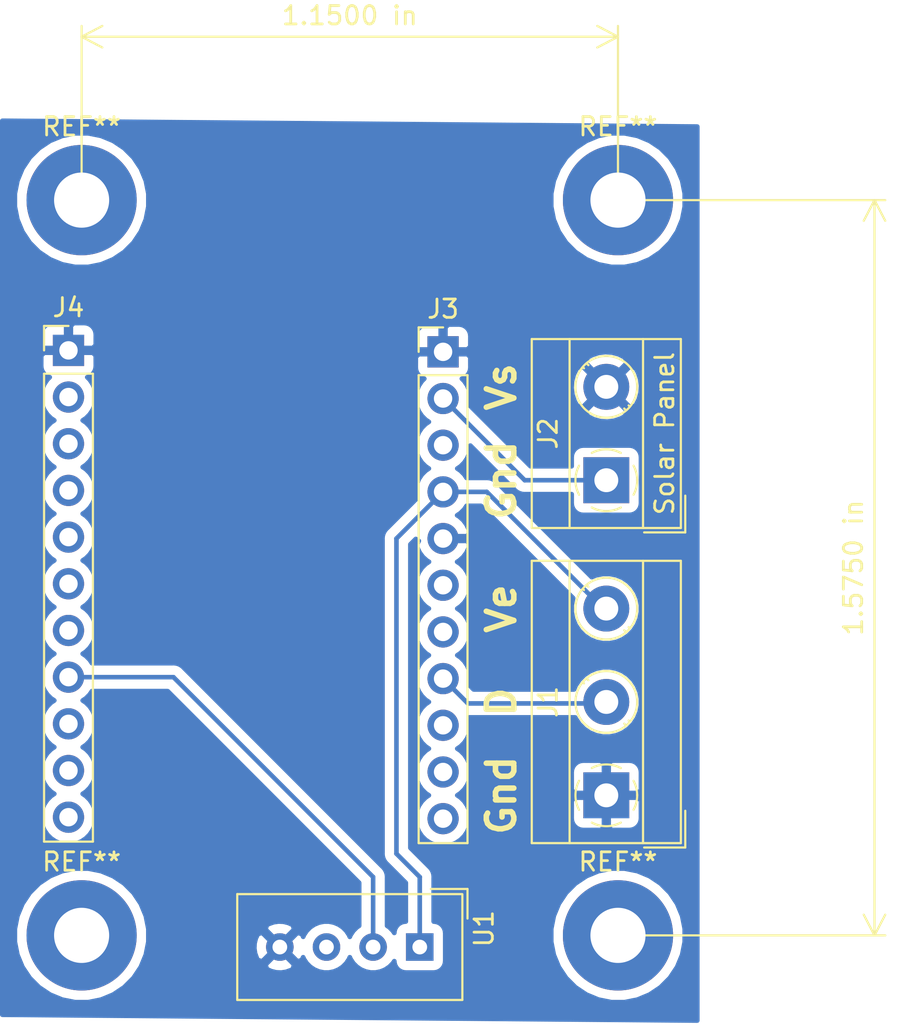
<source format=kicad_pcb>
(kicad_pcb (version 20171130) (host pcbnew "(5.1.5)-3")

  (general
    (thickness 1.6)
    (drawings 7)
    (tracks 14)
    (zones 0)
    (modules 9)
    (nets 6)
  )

  (page A4)
  (layers
    (0 F.Cu signal)
    (31 B.Cu signal)
    (32 B.Adhes user)
    (33 F.Adhes user)
    (34 B.Paste user)
    (35 F.Paste user)
    (36 B.SilkS user)
    (37 F.SilkS user)
    (38 B.Mask user)
    (39 F.Mask user)
    (40 Dwgs.User user)
    (41 Cmts.User user)
    (42 Eco1.User user)
    (43 Eco2.User user)
    (44 Edge.Cuts user)
    (45 Margin user)
    (46 B.CrtYd user)
    (47 F.CrtYd user)
    (48 B.Fab user)
    (49 F.Fab user)
  )

  (setup
    (last_trace_width 0.25)
    (trace_clearance 0.2)
    (zone_clearance 0.508)
    (zone_45_only no)
    (trace_min 0.2)
    (via_size 0.8)
    (via_drill 0.4)
    (via_min_size 0.4)
    (via_min_drill 0.3)
    (uvia_size 0.3)
    (uvia_drill 0.1)
    (uvias_allowed no)
    (uvia_min_size 0.2)
    (uvia_min_drill 0.1)
    (edge_width 0.05)
    (segment_width 0.2)
    (pcb_text_width 0.3)
    (pcb_text_size 1.5 1.5)
    (mod_edge_width 0.12)
    (mod_text_size 1 1)
    (mod_text_width 0.15)
    (pad_size 6 6)
    (pad_drill 3)
    (pad_to_mask_clearance 0.051)
    (solder_mask_min_width 0.25)
    (aux_axis_origin 105.41 95.25)
    (grid_origin 105.41 95.25)
    (visible_elements 7FFFFFFF)
    (pcbplotparams
      (layerselection 0x010fc_ffffffff)
      (usegerberextensions false)
      (usegerberattributes false)
      (usegerberadvancedattributes false)
      (creategerberjobfile false)
      (excludeedgelayer true)
      (linewidth 0.100000)
      (plotframeref false)
      (viasonmask false)
      (mode 1)
      (useauxorigin false)
      (hpglpennumber 1)
      (hpglpenspeed 20)
      (hpglpendiameter 15.000000)
      (psnegative false)
      (psa4output false)
      (plotreference true)
      (plotvalue true)
      (plotinvisibletext false)
      (padsonsilk false)
      (subtractmaskfromsilk false)
      (outputformat 1)
      (mirror false)
      (drillshape 1)
      (scaleselection 1)
      (outputdirectory ""))
  )

  (net 0 "")
  (net 1 /GPIO0)
  (net 2 /Vext)
  (net 3 /VS)
  (net 4 GND)
  (net 5 "Net-(J4-Pad8)")

  (net_class Default "This is the default net class."
    (clearance 0.2)
    (trace_width 0.25)
    (via_dia 0.8)
    (via_drill 0.4)
    (uvia_dia 0.3)
    (uvia_drill 0.1)
    (add_net /GPIO0)
    (add_net /VS)
    (add_net /Vext)
    (add_net GND)
    (add_net "Net-(J4-Pad8)")
  )

  (module MountingHole:MountingHole_3mm_Pad (layer F.Cu) (tedit 56D1B4CB) (tstamp 608EFF95)
    (at 139.065 50.8)
    (descr "Mounting Hole 3mm")
    (tags "mounting hole 3mm")
    (attr virtual)
    (fp_text reference REF** (at 0 -4) (layer F.SilkS)
      (effects (font (size 1 1) (thickness 0.15)))
    )
    (fp_text value MH2 (at 0 4) (layer F.Fab)
      (effects (font (size 1 1) (thickness 0.15)))
    )
    (fp_text user %R (at 0.3 0) (layer F.Fab)
      (effects (font (size 1 1) (thickness 0.15)))
    )
    (fp_circle (center 0 0) (end 3 0) (layer Cmts.User) (width 0.15))
    (fp_circle (center 0 0) (end 3.25 0) (layer F.CrtYd) (width 0.05))
    (pad 1 thru_hole circle (at 0 0) (size 6 6) (drill 3) (layers *.Cu *.Mask))
  )

  (module MountingHole:MountingHole_3mm_Pad (layer F.Cu) (tedit 608EA745) (tstamp 608EFF87)
    (at 109.855 50.8)
    (descr "Mounting Hole 3mm")
    (tags "mounting hole 3mm")
    (attr virtual)
    (fp_text reference REF** (at 0 -4) (layer F.SilkS)
      (effects (font (size 1 1) (thickness 0.15)))
    )
    (fp_text value MH1 (at 0 4) (layer F.Fab)
      (effects (font (size 1 1) (thickness 0.15)))
    )
    (fp_circle (center 0 0) (end 3.25 0) (layer F.CrtYd) (width 0.05))
    (fp_circle (center 0 0) (end 3 0) (layer Cmts.User) (width 0.15))
    (fp_text user %R (at 0.3 0) (layer F.Fab)
      (effects (font (size 1 1) (thickness 0.15)))
    )
    (pad 1 thru_hole circle (at 0 0) (size 6 6) (drill 3) (layers *.Cu *.Mask))
  )

  (module MountingHole:MountingHole_3mm_Pad (layer F.Cu) (tedit 56D1B4CB) (tstamp 608EFE82)
    (at 139.065 90.805)
    (descr "Mounting Hole 3mm")
    (tags "mounting hole 3mm")
    (attr virtual)
    (fp_text reference REF** (at 0 -4) (layer F.SilkS)
      (effects (font (size 1 1) (thickness 0.15)))
    )
    (fp_text value MH3 (at 0 4) (layer F.Fab)
      (effects (font (size 1 1) (thickness 0.15)))
    )
    (fp_text user %R (at 0.3 0) (layer F.Fab)
      (effects (font (size 1 1) (thickness 0.15)))
    )
    (fp_circle (center 0 0) (end 3 0) (layer Cmts.User) (width 0.15))
    (fp_circle (center 0 0) (end 3.25 0) (layer F.CrtYd) (width 0.05))
    (pad 1 thru_hole circle (at 0 0) (size 6 6) (drill 3) (layers *.Cu *.Mask))
  )

  (module MountingHole:MountingHole_3mm_Pad (layer F.Cu) (tedit 56D1B4CB) (tstamp 608EFE3B)
    (at 109.855 90.805)
    (descr "Mounting Hole 3mm")
    (tags "mounting hole 3mm")
    (attr virtual)
    (fp_text reference REF** (at 0 -4) (layer F.SilkS)
      (effects (font (size 1 1) (thickness 0.15)))
    )
    (fp_text value MH4 (at 0 4) (layer F.Fab)
      (effects (font (size 1 1) (thickness 0.15)))
    )
    (fp_circle (center 0 0) (end 3.25 0) (layer F.CrtYd) (width 0.05))
    (fp_circle (center 0 0) (end 3 0) (layer Cmts.User) (width 0.15))
    (fp_text user %R (at 0.3 0) (layer F.Fab)
      (effects (font (size 1 1) (thickness 0.15)))
    )
    (pad 1 thru_hole circle (at 0 0) (size 6 6) (drill 3) (layers *.Cu *.Mask))
  )

  (module TerminalBlock_MetzConnect:TerminalBlock_MetzConnect_Type101_RT01602HBWC_1x02_P5.08mm_Horizontal (layer F.Cu) (tedit 5B294E9E) (tstamp 608D6444)
    (at 138.43 66.04 90)
    (descr "terminal block Metz Connect Type101_RT01602HBWC, 2 pins, pitch 5.08mm, size 10.2x8mm^2, drill diamater 1.3mm, pad diameter 2.5mm, see http://www.metz-connect.com/de/system/files/productfiles/Datenblatt_311011_RT016xxHBWC_OFF-022771S.pdf, script-generated using https://github.com/pointhi/kicad-footprint-generator/scripts/TerminalBlock_MetzConnect")
    (tags "THT terminal block Metz Connect Type101_RT01602HBWC pitch 5.08mm size 10.2x8mm^2 drill 1.3mm pad 2.5mm")
    (path /608CAD5D)
    (fp_text reference J2 (at 2.54 -3.175 90) (layer F.SilkS)
      (effects (font (size 1 1) (thickness 0.15)))
    )
    (fp_text value "Solar Panel" (at 2.54 3.175 90) (layer F.SilkS)
      (effects (font (size 1 1) (thickness 0.15)))
    )
    (fp_text user %R (at 2.54 3 90) (layer F.Fab) hide
      (effects (font (size 1 1) (thickness 0.15)))
    )
    (fp_line (start 8.13 -4.5) (end -3.04 -4.5) (layer F.CrtYd) (width 0.05))
    (fp_line (start 8.13 4.5) (end 8.13 -4.5) (layer F.CrtYd) (width 0.05))
    (fp_line (start -3.04 4.5) (end 8.13 4.5) (layer F.CrtYd) (width 0.05))
    (fp_line (start -3.04 -4.5) (end -3.04 4.5) (layer F.CrtYd) (width 0.05))
    (fp_line (start -2.84 4.3) (end -0.84 4.3) (layer F.SilkS) (width 0.12))
    (fp_line (start -2.84 2.06) (end -2.84 4.3) (layer F.SilkS) (width 0.12))
    (fp_line (start 3.9 0.976) (end 3.806 1.069) (layer F.SilkS) (width 0.12))
    (fp_line (start 6.15 -1.275) (end 6.091 -1.216) (layer F.SilkS) (width 0.12))
    (fp_line (start 4.07 1.216) (end 4.011 1.274) (layer F.SilkS) (width 0.12))
    (fp_line (start 6.355 -1.069) (end 6.261 -0.976) (layer F.SilkS) (width 0.12))
    (fp_line (start 6.035 -1.138) (end 3.943 0.955) (layer F.Fab) (width 0.1))
    (fp_line (start 6.218 -0.955) (end 4.126 1.138) (layer F.Fab) (width 0.1))
    (fp_line (start 0.955 -1.138) (end -1.138 0.955) (layer F.Fab) (width 0.1))
    (fp_line (start 1.138 -0.955) (end -0.955 1.138) (layer F.Fab) (width 0.1))
    (fp_line (start 7.68 -4.06) (end 7.68 4.06) (layer F.SilkS) (width 0.12))
    (fp_line (start -2.6 -4.06) (end -2.6 4.06) (layer F.SilkS) (width 0.12))
    (fp_line (start -2.6 4.06) (end 7.68 4.06) (layer F.SilkS) (width 0.12))
    (fp_line (start -2.6 -4.06) (end 7.68 -4.06) (layer F.SilkS) (width 0.12))
    (fp_line (start -2.6 -2) (end 7.68 -2) (layer F.SilkS) (width 0.12))
    (fp_line (start -2.54 -2) (end 7.62 -2) (layer F.Fab) (width 0.1))
    (fp_line (start -2.6 2) (end 7.68 2) (layer F.SilkS) (width 0.12))
    (fp_line (start -2.54 2) (end 7.62 2) (layer F.Fab) (width 0.1))
    (fp_line (start -2.54 2) (end -2.54 -4) (layer F.Fab) (width 0.1))
    (fp_line (start -0.54 4) (end -2.54 2) (layer F.Fab) (width 0.1))
    (fp_line (start 7.62 4) (end -0.54 4) (layer F.Fab) (width 0.1))
    (fp_line (start 7.62 -4) (end 7.62 4) (layer F.Fab) (width 0.1))
    (fp_line (start -2.54 -4) (end 7.62 -4) (layer F.Fab) (width 0.1))
    (fp_circle (center 5.08 0) (end 6.76 0) (layer F.SilkS) (width 0.12))
    (fp_circle (center 5.08 0) (end 6.58 0) (layer F.Fab) (width 0.1))
    (fp_circle (center 0 0) (end 1.5 0) (layer F.Fab) (width 0.1))
    (fp_arc (start 0 0) (end -0.789 1.484) (angle -29) (layer F.SilkS) (width 0.12))
    (fp_arc (start 0 0) (end -1.484 -0.789) (angle -56) (layer F.SilkS) (width 0.12))
    (fp_arc (start 0 0) (end 0.789 -1.484) (angle -56) (layer F.SilkS) (width 0.12))
    (fp_arc (start 0 0) (end 1.484 0.789) (angle -56) (layer F.SilkS) (width 0.12))
    (fp_arc (start 0 0) (end 0 1.68) (angle -28) (layer F.SilkS) (width 0.12))
    (pad 2 thru_hole circle (at 5.08 0 90) (size 2.5 2.5) (drill 1.3) (layers *.Cu *.Mask)
      (net 4 GND))
    (pad 1 thru_hole rect (at 0 0 90) (size 2.5 2.5) (drill 1.3) (layers *.Cu *.Mask)
      (net 3 /VS))
    (model ${KISYS3DMOD}/TerminalBlock_MetzConnect.3dshapes/TerminalBlock_MetzConnect_Type101_RT01602HBWC_1x02_P5.08mm_Horizontal.wrl
      (at (xyz 0 0 0))
      (scale (xyz 1 1 1))
      (rotate (xyz 0 0 0))
    )
  )

  (module TerminalBlock_MetzConnect:TerminalBlock_MetzConnect_Type101_RT01603HBWC_1x03_P5.08mm_Horizontal (layer F.Cu) (tedit 5B294E9E) (tstamp 608D7699)
    (at 138.43 83.185 90)
    (descr "terminal block Metz Connect Type101_RT01603HBWC, 3 pins, pitch 5.08mm, size 15.2x8mm^2, drill diamater 1.3mm, pad diameter 2.5mm, see http://www.metz-connect.com/de/system/files/productfiles/Datenblatt_311011_RT016xxHBWC_OFF-022771S.pdf, script-generated using https://github.com/pointhi/kicad-footprint-generator/scripts/TerminalBlock_MetzConnect")
    (tags "THT terminal block Metz Connect Type101_RT01603HBWC pitch 5.08mm size 15.2x8mm^2 drill 1.3mm pad 2.5mm")
    (path /608CA66F)
    (fp_text reference J1 (at 5.08 -3.175 90) (layer F.SilkS)
      (effects (font (size 1 1) (thickness 0.15)))
    )
    (fp_text value Datalink (at 0.635 -3.175 90) (layer F.Fab)
      (effects (font (size 1 1) (thickness 0.15)))
    )
    (fp_text user 1-Wire (at 5.08 3 90) (layer F.Fab) hide
      (effects (font (size 1 1) (thickness 0.15)))
    )
    (fp_line (start 13.21 -4.5) (end -3.04 -4.5) (layer F.CrtYd) (width 0.05))
    (fp_line (start 13.21 4.5) (end 13.21 -4.5) (layer F.CrtYd) (width 0.05))
    (fp_line (start -3.04 4.5) (end 13.21 4.5) (layer F.CrtYd) (width 0.05))
    (fp_line (start -3.04 -4.5) (end -3.04 4.5) (layer F.CrtYd) (width 0.05))
    (fp_line (start -2.84 4.3) (end -0.84 4.3) (layer F.SilkS) (width 0.12))
    (fp_line (start -2.84 2.06) (end -2.84 4.3) (layer F.SilkS) (width 0.12))
    (fp_line (start 8.98 0.976) (end 8.886 1.069) (layer F.SilkS) (width 0.12))
    (fp_line (start 11.23 -1.275) (end 11.171 -1.216) (layer F.SilkS) (width 0.12))
    (fp_line (start 9.15 1.216) (end 9.091 1.274) (layer F.SilkS) (width 0.12))
    (fp_line (start 11.435 -1.069) (end 11.341 -0.976) (layer F.SilkS) (width 0.12))
    (fp_line (start 11.115 -1.138) (end 9.023 0.955) (layer F.Fab) (width 0.1))
    (fp_line (start 11.298 -0.955) (end 9.206 1.138) (layer F.Fab) (width 0.1))
    (fp_line (start 3.9 0.976) (end 3.806 1.069) (layer F.SilkS) (width 0.12))
    (fp_line (start 6.15 -1.275) (end 6.091 -1.216) (layer F.SilkS) (width 0.12))
    (fp_line (start 4.07 1.216) (end 4.011 1.274) (layer F.SilkS) (width 0.12))
    (fp_line (start 6.355 -1.069) (end 6.261 -0.976) (layer F.SilkS) (width 0.12))
    (fp_line (start 6.035 -1.138) (end 3.943 0.955) (layer F.Fab) (width 0.1))
    (fp_line (start 6.218 -0.955) (end 4.126 1.138) (layer F.Fab) (width 0.1))
    (fp_line (start 0.955 -1.138) (end -1.138 0.955) (layer F.Fab) (width 0.1))
    (fp_line (start 1.138 -0.955) (end -0.955 1.138) (layer F.Fab) (width 0.1))
    (fp_line (start 12.76 -4.06) (end 12.76 4.06) (layer F.SilkS) (width 0.12))
    (fp_line (start -2.6 -4.06) (end -2.6 4.06) (layer F.SilkS) (width 0.12))
    (fp_line (start -2.6 4.06) (end 12.76 4.06) (layer F.SilkS) (width 0.12))
    (fp_line (start -2.6 -4.06) (end 12.76 -4.06) (layer F.SilkS) (width 0.12))
    (fp_line (start -2.6 -2) (end 12.76 -2) (layer F.SilkS) (width 0.12))
    (fp_line (start -2.54 -2) (end 12.7 -2) (layer F.Fab) (width 0.1))
    (fp_line (start -2.6 2) (end 12.76 2) (layer F.SilkS) (width 0.12))
    (fp_line (start -2.54 2) (end 12.7 2) (layer F.Fab) (width 0.1))
    (fp_line (start -2.54 2) (end -2.54 -4) (layer F.Fab) (width 0.1))
    (fp_line (start -0.54 4) (end -2.54 2) (layer F.Fab) (width 0.1))
    (fp_line (start 12.7 4) (end -0.54 4) (layer F.Fab) (width 0.1))
    (fp_line (start 12.7 -4) (end 12.7 4) (layer F.Fab) (width 0.1))
    (fp_line (start -2.54 -4) (end 12.7 -4) (layer F.Fab) (width 0.1))
    (fp_circle (center 10.16 0) (end 11.84 0) (layer F.SilkS) (width 0.12))
    (fp_circle (center 10.16 0) (end 11.66 0) (layer F.Fab) (width 0.1))
    (fp_circle (center 5.08 0) (end 6.76 0) (layer F.SilkS) (width 0.12))
    (fp_circle (center 5.08 0) (end 6.58 0) (layer F.Fab) (width 0.1))
    (fp_circle (center 0 0) (end 1.5 0) (layer F.Fab) (width 0.1))
    (fp_arc (start 0 0) (end -0.789 1.484) (angle -29) (layer F.SilkS) (width 0.12))
    (fp_arc (start 0 0) (end -1.484 -0.789) (angle -56) (layer F.SilkS) (width 0.12))
    (fp_arc (start 0 0) (end 0.789 -1.484) (angle -56) (layer F.SilkS) (width 0.12))
    (fp_arc (start 0 0) (end 1.484 0.789) (angle -56) (layer F.SilkS) (width 0.12))
    (fp_arc (start 0 0) (end 0 1.68) (angle -28) (layer F.SilkS) (width 0.12))
    (pad 3 thru_hole circle (at 10.16 0 90) (size 2.5 2.5) (drill 1.3) (layers *.Cu *.Mask)
      (net 2 /Vext))
    (pad 2 thru_hole circle (at 5.08 0 90) (size 2.5 2.5) (drill 1.3) (layers *.Cu *.Mask)
      (net 1 /GPIO0))
    (pad 1 thru_hole rect (at 0 0 90) (size 2.5 2.5) (drill 1.3) (layers *.Cu *.Mask)
      (net 4 GND))
    (model ${KISYS3DMOD}/TerminalBlock_MetzConnect.3dshapes/TerminalBlock_MetzConnect_Type101_RT01603HBWC_1x03_P5.08mm_Horizontal.wrl
      (at (xyz 0 0 0))
      (scale (xyz 1 1 1))
      (rotate (xyz 0 0 0))
    )
  )

  (module Sensor:Aosong_DHT11_5.5x12.0_P2.54mm (layer F.Cu) (tedit 5C4B60CF) (tstamp 608D6BF3)
    (at 128.27 91.44 270)
    (descr "Temperature and humidity module, http://akizukidenshi.com/download/ds/aosong/DHT11.pdf")
    (tags "Temperature and humidity module")
    (path /608D9326)
    (fp_text reference U1 (at -1 -3.5 90) (layer F.SilkS)
      (effects (font (size 1 1) (thickness 0.15)))
    )
    (fp_text value DHT11 (at 0 11.3 90) (layer F.Fab)
      (effects (font (size 1 1) (thickness 0.15)))
    )
    (fp_line (start -3.16 -2.6) (end -1.55 -2.6) (layer F.SilkS) (width 0.12))
    (fp_line (start -3.16 -2.6) (end -3.16 -0.6) (layer F.SilkS) (width 0.12))
    (fp_line (start -2.75 -1.19) (end -1.75 -2.19) (layer F.Fab) (width 0.1))
    (fp_line (start -3 10.06) (end -3 -2.44) (layer F.CrtYd) (width 0.05))
    (fp_line (start 3 10.06) (end -3 10.06) (layer F.CrtYd) (width 0.05))
    (fp_line (start 3 -2.44) (end 3 10.06) (layer F.CrtYd) (width 0.05))
    (fp_line (start -3 -2.44) (end 3 -2.44) (layer F.CrtYd) (width 0.05))
    (fp_text user %R (at 0 3.81 180) (layer F.Fab)
      (effects (font (size 1 1) (thickness 0.15)))
    )
    (fp_line (start -2.88 9.94) (end -2.88 -2.31) (layer F.SilkS) (width 0.12))
    (fp_line (start 2.88 9.94) (end -2.88 9.94) (layer F.SilkS) (width 0.12))
    (fp_line (start 2.88 -2.32) (end 2.88 9.94) (layer F.SilkS) (width 0.12))
    (fp_line (start -2.87 -2.32) (end 2.87 -2.32) (layer F.SilkS) (width 0.12))
    (fp_line (start -2.75 -1.19) (end -2.75 9.81) (layer F.Fab) (width 0.1))
    (fp_line (start 2.75 9.81) (end -2.75 9.81) (layer F.Fab) (width 0.1))
    (fp_line (start 2.75 -2.19) (end 2.75 9.81) (layer F.Fab) (width 0.1))
    (fp_line (start -1.75 -2.19) (end 2.75 -2.19) (layer F.Fab) (width 0.1))
    (pad 4 thru_hole circle (at 0 7.62 270) (size 1.5 1.5) (drill 0.8) (layers *.Cu *.Mask)
      (net 4 GND))
    (pad 3 thru_hole circle (at 0 5.08 270) (size 1.5 1.5) (drill 0.8) (layers *.Cu *.Mask))
    (pad 2 thru_hole circle (at 0 2.54 270) (size 1.5 1.5) (drill 0.8) (layers *.Cu *.Mask)
      (net 5 "Net-(J4-Pad8)"))
    (pad 1 thru_hole rect (at 0 0 270) (size 1.5 1.5) (drill 0.8) (layers *.Cu *.Mask)
      (net 2 /Vext))
    (model ${KISYS3DMOD}/Sensor.3dshapes/Aosong_DHT11_5.5x12.0_P2.54mm.wrl
      (at (xyz 0 0 0))
      (scale (xyz 1 1 1))
      (rotate (xyz 0 0 0))
    )
  )

  (module Connector_PinHeader_2.54mm:PinHeader_1x11_P2.54mm_Vertical (layer F.Cu) (tedit 59FED5CC) (tstamp 608D0460)
    (at 109.140001 58.975001)
    (descr "Through hole straight pin header, 1x11, 2.54mm pitch, single row")
    (tags "Through hole pin header THT 1x11 2.54mm single row")
    (path /608D10F0)
    (fp_text reference J4 (at 0 -2.33) (layer F.SilkS)
      (effects (font (size 1 1) (thickness 0.15)))
    )
    (fp_text value Conn_01_R (at 3.889999 1.984999 90) (layer F.Fab)
      (effects (font (size 1 1) (thickness 0.15)))
    )
    (fp_text user %R (at 0 12.7 90) (layer F.Fab)
      (effects (font (size 1 1) (thickness 0.15)))
    )
    (fp_line (start 1.8 -1.8) (end -1.8 -1.8) (layer F.CrtYd) (width 0.05))
    (fp_line (start 1.8 27.2) (end 1.8 -1.8) (layer F.CrtYd) (width 0.05))
    (fp_line (start -1.8 27.2) (end 1.8 27.2) (layer F.CrtYd) (width 0.05))
    (fp_line (start -1.8 -1.8) (end -1.8 27.2) (layer F.CrtYd) (width 0.05))
    (fp_line (start -1.33 -1.33) (end 0 -1.33) (layer F.SilkS) (width 0.12))
    (fp_line (start -1.33 0) (end -1.33 -1.33) (layer F.SilkS) (width 0.12))
    (fp_line (start -1.33 1.27) (end 1.33 1.27) (layer F.SilkS) (width 0.12))
    (fp_line (start 1.33 1.27) (end 1.33 26.73) (layer F.SilkS) (width 0.12))
    (fp_line (start -1.33 1.27) (end -1.33 26.73) (layer F.SilkS) (width 0.12))
    (fp_line (start -1.33 26.73) (end 1.33 26.73) (layer F.SilkS) (width 0.12))
    (fp_line (start -1.27 -0.635) (end -0.635 -1.27) (layer F.Fab) (width 0.1))
    (fp_line (start -1.27 26.67) (end -1.27 -0.635) (layer F.Fab) (width 0.1))
    (fp_line (start 1.27 26.67) (end -1.27 26.67) (layer F.Fab) (width 0.1))
    (fp_line (start 1.27 -1.27) (end 1.27 26.67) (layer F.Fab) (width 0.1))
    (fp_line (start -0.635 -1.27) (end 1.27 -1.27) (layer F.Fab) (width 0.1))
    (pad 11 thru_hole oval (at 0 25.4) (size 1.7 1.7) (drill 1) (layers *.Cu *.Mask))
    (pad 10 thru_hole oval (at 0 22.86) (size 1.7 1.7) (drill 1) (layers *.Cu *.Mask))
    (pad 9 thru_hole oval (at 0 20.32) (size 1.7 1.7) (drill 1) (layers *.Cu *.Mask))
    (pad 8 thru_hole oval (at 0 17.78) (size 1.7 1.7) (drill 1) (layers *.Cu *.Mask)
      (net 5 "Net-(J4-Pad8)"))
    (pad 7 thru_hole oval (at 0 15.24) (size 1.7 1.7) (drill 1) (layers *.Cu *.Mask))
    (pad 6 thru_hole oval (at 0 12.7) (size 1.7 1.7) (drill 1) (layers *.Cu *.Mask))
    (pad 5 thru_hole oval (at 0 10.16) (size 1.7 1.7) (drill 1) (layers *.Cu *.Mask))
    (pad 4 thru_hole oval (at 0 7.62) (size 1.7 1.7) (drill 1) (layers *.Cu *.Mask))
    (pad 3 thru_hole oval (at 0 5.08) (size 1.7 1.7) (drill 1) (layers *.Cu *.Mask))
    (pad 2 thru_hole oval (at 0 2.54) (size 1.7 1.7) (drill 1) (layers *.Cu *.Mask))
    (pad 1 thru_hole rect (at 0 0) (size 1.7 1.7) (drill 1) (layers *.Cu *.Mask)
      (net 4 GND))
    (model ${KISYS3DMOD}/Connector_PinHeader_2.54mm.3dshapes/PinHeader_1x11_P2.54mm_Vertical.wrl
      (at (xyz 0 0 0))
      (scale (xyz 1 1 1))
      (rotate (xyz 0 0 0))
    )
  )

  (module Connector_PinHeader_2.54mm:PinHeader_1x11_P2.54mm_Vertical (layer F.Cu) (tedit 59FED5CC) (tstamp 608C84D8)
    (at 129.54 59.055)
    (descr "Through hole straight pin header, 1x11, 2.54mm pitch, single row")
    (tags "Through hole pin header THT 1x11 2.54mm single row")
    (path /608CB784)
    (fp_text reference J3 (at 0 -2.33) (layer F.SilkS)
      (effects (font (size 1 1) (thickness 0.15)))
    )
    (fp_text value Conn_01_L (at -3.175 1.905 90) (layer F.Fab)
      (effects (font (size 1 1) (thickness 0.15)))
    )
    (fp_text user %R (at 0 12.7 90) (layer F.Fab)
      (effects (font (size 1 1) (thickness 0.15)))
    )
    (fp_line (start 1.8 -1.8) (end -1.8 -1.8) (layer F.CrtYd) (width 0.05))
    (fp_line (start 1.8 27.2) (end 1.8 -1.8) (layer F.CrtYd) (width 0.05))
    (fp_line (start -1.8 27.2) (end 1.8 27.2) (layer F.CrtYd) (width 0.05))
    (fp_line (start -1.8 -1.8) (end -1.8 27.2) (layer F.CrtYd) (width 0.05))
    (fp_line (start -1.33 -1.33) (end 0 -1.33) (layer F.SilkS) (width 0.12))
    (fp_line (start -1.33 0) (end -1.33 -1.33) (layer F.SilkS) (width 0.12))
    (fp_line (start -1.33 1.27) (end 1.33 1.27) (layer F.SilkS) (width 0.12))
    (fp_line (start 1.33 1.27) (end 1.33 26.73) (layer F.SilkS) (width 0.12))
    (fp_line (start -1.33 1.27) (end -1.33 26.73) (layer F.SilkS) (width 0.12))
    (fp_line (start -1.33 26.73) (end 1.33 26.73) (layer F.SilkS) (width 0.12))
    (fp_line (start -1.27 -0.635) (end -0.635 -1.27) (layer F.Fab) (width 0.1))
    (fp_line (start -1.27 26.67) (end -1.27 -0.635) (layer F.Fab) (width 0.1))
    (fp_line (start 1.27 26.67) (end -1.27 26.67) (layer F.Fab) (width 0.1))
    (fp_line (start 1.27 -1.27) (end 1.27 26.67) (layer F.Fab) (width 0.1))
    (fp_line (start -0.635 -1.27) (end 1.27 -1.27) (layer F.Fab) (width 0.1))
    (pad 11 thru_hole oval (at 0 25.4) (size 1.7 1.7) (drill 1) (layers *.Cu *.Mask))
    (pad 10 thru_hole oval (at 0 22.86) (size 1.7 1.7) (drill 1) (layers *.Cu *.Mask))
    (pad 9 thru_hole oval (at 0 20.32) (size 1.7 1.7) (drill 1) (layers *.Cu *.Mask))
    (pad 8 thru_hole oval (at 0 17.78) (size 1.7 1.7) (drill 1) (layers *.Cu *.Mask)
      (net 1 /GPIO0))
    (pad 7 thru_hole oval (at 0 15.24) (size 1.7 1.7) (drill 1) (layers *.Cu *.Mask))
    (pad 6 thru_hole oval (at 0 12.7) (size 1.7 1.7) (drill 1) (layers *.Cu *.Mask))
    (pad 5 thru_hole oval (at 0 10.16) (size 1.7 1.7) (drill 1) (layers *.Cu *.Mask)
      (net 4 GND))
    (pad 4 thru_hole oval (at 0 7.62) (size 1.7 1.7) (drill 1) (layers *.Cu *.Mask)
      (net 2 /Vext))
    (pad 3 thru_hole oval (at 0 5.08) (size 1.7 1.7) (drill 1) (layers *.Cu *.Mask))
    (pad 2 thru_hole oval (at 0 2.54) (size 1.7 1.7) (drill 1) (layers *.Cu *.Mask)
      (net 3 /VS))
    (pad 1 thru_hole rect (at 0 0) (size 1.7 1.7) (drill 1) (layers *.Cu *.Mask)
      (net 4 GND))
    (model ${KISYS3DMOD}/Connector_PinHeader_2.54mm.3dshapes/PinHeader_1x11_P2.54mm_Vertical.wrl
      (at (xyz 0 0 0))
      (scale (xyz 1 1 1))
      (rotate (xyz 0 0 0))
    )
  )

  (dimension 40.005 (width 0.12) (layer F.SilkS)
    (gr_text "40.005 mm" (at 154.305 70.8025 270) (layer F.SilkS)
      (effects (font (size 1 1) (thickness 0.15)))
    )
    (feature1 (pts (xy 139.065 90.805) (xy 153.621421 90.805)))
    (feature2 (pts (xy 139.065 50.8) (xy 153.621421 50.8)))
    (crossbar (pts (xy 153.035 50.8) (xy 153.035 90.805)))
    (arrow1a (pts (xy 153.035 90.805) (xy 152.448579 89.678496)))
    (arrow1b (pts (xy 153.035 90.805) (xy 153.621421 89.678496)))
    (arrow2a (pts (xy 153.035 50.8) (xy 152.448579 51.926504)))
    (arrow2b (pts (xy 153.035 50.8) (xy 153.621421 51.926504)))
  )
  (dimension 29.21 (width 0.12) (layer F.SilkS)
    (gr_text "29.210 mm" (at 124.46 40.64) (layer F.SilkS) (tstamp 608EB94F)
      (effects (font (size 1 1) (thickness 0.15)))
    )
    (feature1 (pts (xy 139.065 50.8) (xy 139.065 41.323579)))
    (feature2 (pts (xy 109.855 50.8) (xy 109.855 41.323579)))
    (crossbar (pts (xy 109.855 41.91) (xy 139.065 41.91)))
    (arrow1a (pts (xy 139.065 41.91) (xy 137.938496 42.496421)))
    (arrow1b (pts (xy 139.065 41.91) (xy 137.938496 41.323579)))
    (arrow2a (pts (xy 109.855 41.91) (xy 110.981504 42.496421)))
    (arrow2b (pts (xy 109.855 41.91) (xy 110.981504 41.323579)))
  )
  (gr_text Vs (at 132.715 60.96 90) (layer F.SilkS) (tstamp 608F095C)
    (effects (font (size 1.5 1.5) (thickness 0.3)))
  )
  (gr_text Ve (at 132.715 73.025 90) (layer F.SilkS) (tstamp 608F077F)
    (effects (font (size 1.5 1.5) (thickness 0.3)))
  )
  (gr_text D (at 132.715 78.105 90) (layer F.SilkS) (tstamp 608F077C)
    (effects (font (size 1.5 1.5) (thickness 0.3)))
  )
  (gr_text Gnd (at 132.715 66.04 90) (layer F.SilkS) (tstamp 608F0746)
    (effects (font (size 1.5 1.5) (thickness 0.3)))
  )
  (gr_text Gnd (at 132.715 83.185 90) (layer F.SilkS)
    (effects (font (size 1.5 1.5) (thickness 0.3)))
  )

  (segment (start 129.62 76.915) (end 129.54 76.835) (width 0.25) (layer B.Cu) (net 1))
  (segment (start 130.89 78.185) (end 129.54 76.835) (width 0.25) (layer B.Cu) (net 1))
  (segment (start 138.43 78.185) (end 130.89 78.185) (width 0.25) (layer B.Cu) (net 1))
  (segment (start 131.92 66.675) (end 129.54 66.675) (width 0.25) (layer B.Cu) (net 2))
  (segment (start 138.43 73.185) (end 131.92 66.675) (width 0.25) (layer B.Cu) (net 2))
  (segment (start 129.54 66.675) (end 127 69.215) (width 0.25) (layer B.Cu) (net 2))
  (segment (start 127 69.215) (end 127 86.36) (width 0.25) (layer B.Cu) (net 2))
  (segment (start 127 86.36) (end 128.27 87.63) (width 0.25) (layer B.Cu) (net 2))
  (segment (start 128.27 87.63) (end 128.27 91.44) (width 0.25) (layer B.Cu) (net 2))
  (segment (start 133.985 66.04) (end 129.54 61.595) (width 0.25) (layer B.Cu) (net 3))
  (segment (start 138.43 66.04) (end 133.985 66.04) (width 0.25) (layer B.Cu) (net 3))
  (segment (start 114.855001 76.755001) (end 109.140001 76.755001) (width 0.25) (layer B.Cu) (net 5))
  (segment (start 125.73 91.44) (end 125.73 87.63) (width 0.25) (layer B.Cu) (net 5))
  (segment (start 125.73 87.63) (end 114.855001 76.755001) (width 0.25) (layer B.Cu) (net 5))

  (zone (net 4) (net_name GND) (layer B.Cu) (tstamp 0) (hatch edge 0.508)
    (connect_pads (clearance 0.508))
    (min_thickness 0.254)
    (fill yes (arc_segments 32) (thermal_gap 0.508) (thermal_bridge_width 0.508))
    (polygon
      (pts
        (xy 143.51 95.5675) (xy 105.41 95.25) (xy 105.41 46.355) (xy 143.51 46.6725)
      )
    )
    (filled_polygon
      (pts
        (xy 143.383 46.798446) (xy 143.383 95.439437) (xy 105.537 95.124054) (xy 105.537 90.446984) (xy 106.22 90.446984)
        (xy 106.22 91.163016) (xy 106.359691 91.86529) (xy 106.633705 92.526818) (xy 107.031511 93.122177) (xy 107.537823 93.628489)
        (xy 108.133182 94.026295) (xy 108.79471 94.300309) (xy 109.496984 94.44) (xy 110.213016 94.44) (xy 110.91529 94.300309)
        (xy 111.576818 94.026295) (xy 112.172177 93.628489) (xy 112.678489 93.122177) (xy 113.076295 92.526818) (xy 113.13007 92.396993)
        (xy 119.872612 92.396993) (xy 119.938137 92.63586) (xy 120.185116 92.75176) (xy 120.44996 92.81725) (xy 120.722492 92.829812)
        (xy 120.992238 92.788965) (xy 121.248832 92.696277) (xy 121.361863 92.63586) (xy 121.427388 92.396993) (xy 120.65 91.619605)
        (xy 119.872612 92.396993) (xy 113.13007 92.396993) (xy 113.350309 91.86529) (xy 113.420484 91.512492) (xy 119.260188 91.512492)
        (xy 119.301035 91.782238) (xy 119.393723 92.038832) (xy 119.45414 92.151863) (xy 119.693007 92.217388) (xy 120.470395 91.44)
        (xy 119.693007 90.662612) (xy 119.45414 90.728137) (xy 119.33824 90.975116) (xy 119.27275 91.23996) (xy 119.260188 91.512492)
        (xy 113.420484 91.512492) (xy 113.49 91.163016) (xy 113.49 90.483007) (xy 119.872612 90.483007) (xy 120.65 91.260395)
        (xy 121.427388 90.483007) (xy 121.361863 90.24414) (xy 121.114884 90.12824) (xy 120.85004 90.06275) (xy 120.577508 90.050188)
        (xy 120.307762 90.091035) (xy 120.051168 90.183723) (xy 119.938137 90.24414) (xy 119.872612 90.483007) (xy 113.49 90.483007)
        (xy 113.49 90.446984) (xy 113.350309 89.74471) (xy 113.076295 89.083182) (xy 112.678489 88.487823) (xy 112.172177 87.981511)
        (xy 111.576818 87.583705) (xy 110.91529 87.309691) (xy 110.213016 87.17) (xy 109.496984 87.17) (xy 108.79471 87.309691)
        (xy 108.133182 87.583705) (xy 107.537823 87.981511) (xy 107.031511 88.487823) (xy 106.633705 89.083182) (xy 106.359691 89.74471)
        (xy 106.22 90.446984) (xy 105.537 90.446984) (xy 105.537 59.825001) (xy 107.651929 59.825001) (xy 107.664189 59.949483)
        (xy 107.700499 60.069181) (xy 107.759464 60.179495) (xy 107.838816 60.276186) (xy 107.935507 60.355538) (xy 108.045821 60.414503)
        (xy 108.118381 60.436514) (xy 107.986526 60.568369) (xy 107.824011 60.81159) (xy 107.712069 61.081843) (xy 107.655001 61.368741)
        (xy 107.655001 61.661261) (xy 107.712069 61.948159) (xy 107.824011 62.218412) (xy 107.986526 62.461633) (xy 108.193369 62.668476)
        (xy 108.367761 62.785001) (xy 108.193369 62.901526) (xy 107.986526 63.108369) (xy 107.824011 63.35159) (xy 107.712069 63.621843)
        (xy 107.655001 63.908741) (xy 107.655001 64.201261) (xy 107.712069 64.488159) (xy 107.824011 64.758412) (xy 107.986526 65.001633)
        (xy 108.193369 65.208476) (xy 108.367761 65.325001) (xy 108.193369 65.441526) (xy 107.986526 65.648369) (xy 107.824011 65.89159)
        (xy 107.712069 66.161843) (xy 107.655001 66.448741) (xy 107.655001 66.741261) (xy 107.712069 67.028159) (xy 107.824011 67.298412)
        (xy 107.986526 67.541633) (xy 108.193369 67.748476) (xy 108.367761 67.865001) (xy 108.193369 67.981526) (xy 107.986526 68.188369)
        (xy 107.824011 68.43159) (xy 107.712069 68.701843) (xy 107.655001 68.988741) (xy 107.655001 69.281261) (xy 107.712069 69.568159)
        (xy 107.824011 69.838412) (xy 107.986526 70.081633) (xy 108.193369 70.288476) (xy 108.367761 70.405001) (xy 108.193369 70.521526)
        (xy 107.986526 70.728369) (xy 107.824011 70.97159) (xy 107.712069 71.241843) (xy 107.655001 71.528741) (xy 107.655001 71.821261)
        (xy 107.712069 72.108159) (xy 107.824011 72.378412) (xy 107.986526 72.621633) (xy 108.193369 72.828476) (xy 108.367761 72.945001)
        (xy 108.193369 73.061526) (xy 107.986526 73.268369) (xy 107.824011 73.51159) (xy 107.712069 73.781843) (xy 107.655001 74.068741)
        (xy 107.655001 74.361261) (xy 107.712069 74.648159) (xy 107.824011 74.918412) (xy 107.986526 75.161633) (xy 108.193369 75.368476)
        (xy 108.367761 75.485001) (xy 108.193369 75.601526) (xy 107.986526 75.808369) (xy 107.824011 76.05159) (xy 107.712069 76.321843)
        (xy 107.655001 76.608741) (xy 107.655001 76.901261) (xy 107.712069 77.188159) (xy 107.824011 77.458412) (xy 107.986526 77.701633)
        (xy 108.193369 77.908476) (xy 108.367761 78.025001) (xy 108.193369 78.141526) (xy 107.986526 78.348369) (xy 107.824011 78.59159)
        (xy 107.712069 78.861843) (xy 107.655001 79.148741) (xy 107.655001 79.441261) (xy 107.712069 79.728159) (xy 107.824011 79.998412)
        (xy 107.986526 80.241633) (xy 108.193369 80.448476) (xy 108.367761 80.565001) (xy 108.193369 80.681526) (xy 107.986526 80.888369)
        (xy 107.824011 81.13159) (xy 107.712069 81.401843) (xy 107.655001 81.688741) (xy 107.655001 81.981261) (xy 107.712069 82.268159)
        (xy 107.824011 82.538412) (xy 107.986526 82.781633) (xy 108.193369 82.988476) (xy 108.367761 83.105001) (xy 108.193369 83.221526)
        (xy 107.986526 83.428369) (xy 107.824011 83.67159) (xy 107.712069 83.941843) (xy 107.655001 84.228741) (xy 107.655001 84.521261)
        (xy 107.712069 84.808159) (xy 107.824011 85.078412) (xy 107.986526 85.321633) (xy 108.193369 85.528476) (xy 108.43659 85.690991)
        (xy 108.706843 85.802933) (xy 108.993741 85.860001) (xy 109.286261 85.860001) (xy 109.573159 85.802933) (xy 109.843412 85.690991)
        (xy 110.086633 85.528476) (xy 110.293476 85.321633) (xy 110.455991 85.078412) (xy 110.567933 84.808159) (xy 110.625001 84.521261)
        (xy 110.625001 84.228741) (xy 110.567933 83.941843) (xy 110.455991 83.67159) (xy 110.293476 83.428369) (xy 110.086633 83.221526)
        (xy 109.912241 83.105001) (xy 110.086633 82.988476) (xy 110.293476 82.781633) (xy 110.455991 82.538412) (xy 110.567933 82.268159)
        (xy 110.625001 81.981261) (xy 110.625001 81.688741) (xy 110.567933 81.401843) (xy 110.455991 81.13159) (xy 110.293476 80.888369)
        (xy 110.086633 80.681526) (xy 109.912241 80.565001) (xy 110.086633 80.448476) (xy 110.293476 80.241633) (xy 110.455991 79.998412)
        (xy 110.567933 79.728159) (xy 110.625001 79.441261) (xy 110.625001 79.148741) (xy 110.567933 78.861843) (xy 110.455991 78.59159)
        (xy 110.293476 78.348369) (xy 110.086633 78.141526) (xy 109.912241 78.025001) (xy 110.086633 77.908476) (xy 110.293476 77.701633)
        (xy 110.418179 77.515001) (xy 114.5402 77.515001) (xy 124.970001 87.944803) (xy 124.97 90.282091) (xy 124.847114 90.364201)
        (xy 124.654201 90.557114) (xy 124.502629 90.783957) (xy 124.46 90.886873) (xy 124.417371 90.783957) (xy 124.265799 90.557114)
        (xy 124.072886 90.364201) (xy 123.846043 90.212629) (xy 123.593989 90.108225) (xy 123.326411 90.055) (xy 123.053589 90.055)
        (xy 122.786011 90.108225) (xy 122.533957 90.212629) (xy 122.307114 90.364201) (xy 122.114201 90.557114) (xy 121.962629 90.783957)
        (xy 121.921489 90.883279) (xy 121.906277 90.841168) (xy 121.84586 90.728137) (xy 121.606993 90.662612) (xy 120.829605 91.44)
        (xy 121.606993 92.217388) (xy 121.84586 92.151863) (xy 121.920164 91.993523) (xy 121.962629 92.096043) (xy 122.114201 92.322886)
        (xy 122.307114 92.515799) (xy 122.533957 92.667371) (xy 122.786011 92.771775) (xy 123.053589 92.825) (xy 123.326411 92.825)
        (xy 123.593989 92.771775) (xy 123.846043 92.667371) (xy 124.072886 92.515799) (xy 124.265799 92.322886) (xy 124.417371 92.096043)
        (xy 124.46 91.993127) (xy 124.502629 92.096043) (xy 124.654201 92.322886) (xy 124.847114 92.515799) (xy 125.073957 92.667371)
        (xy 125.326011 92.771775) (xy 125.593589 92.825) (xy 125.866411 92.825) (xy 126.133989 92.771775) (xy 126.386043 92.667371)
        (xy 126.612886 92.515799) (xy 126.805799 92.322886) (xy 126.883555 92.206517) (xy 126.894188 92.314482) (xy 126.930498 92.43418)
        (xy 126.989463 92.544494) (xy 127.068815 92.641185) (xy 127.165506 92.720537) (xy 127.27582 92.779502) (xy 127.395518 92.815812)
        (xy 127.52 92.828072) (xy 129.02 92.828072) (xy 129.144482 92.815812) (xy 129.26418 92.779502) (xy 129.374494 92.720537)
        (xy 129.471185 92.641185) (xy 129.550537 92.544494) (xy 129.609502 92.43418) (xy 129.645812 92.314482) (xy 129.658072 92.19)
        (xy 129.658072 90.69) (xy 129.645812 90.565518) (xy 129.609856 90.446984) (xy 135.43 90.446984) (xy 135.43 91.163016)
        (xy 135.569691 91.86529) (xy 135.843705 92.526818) (xy 136.241511 93.122177) (xy 136.747823 93.628489) (xy 137.343182 94.026295)
        (xy 138.00471 94.300309) (xy 138.706984 94.44) (xy 139.423016 94.44) (xy 140.12529 94.300309) (xy 140.786818 94.026295)
        (xy 141.382177 93.628489) (xy 141.888489 93.122177) (xy 142.286295 92.526818) (xy 142.560309 91.86529) (xy 142.7 91.163016)
        (xy 142.7 90.446984) (xy 142.560309 89.74471) (xy 142.286295 89.083182) (xy 141.888489 88.487823) (xy 141.382177 87.981511)
        (xy 140.786818 87.583705) (xy 140.12529 87.309691) (xy 139.423016 87.17) (xy 138.706984 87.17) (xy 138.00471 87.309691)
        (xy 137.343182 87.583705) (xy 136.747823 87.981511) (xy 136.241511 88.487823) (xy 135.843705 89.083182) (xy 135.569691 89.74471)
        (xy 135.43 90.446984) (xy 129.609856 90.446984) (xy 129.609502 90.44582) (xy 129.550537 90.335506) (xy 129.471185 90.238815)
        (xy 129.374494 90.159463) (xy 129.26418 90.100498) (xy 129.144482 90.064188) (xy 129.03 90.052913) (xy 129.03 87.667322)
        (xy 129.033676 87.629999) (xy 129.03 87.592676) (xy 129.03 87.592667) (xy 129.019003 87.481014) (xy 128.975546 87.337753)
        (xy 128.904974 87.205724) (xy 128.810001 87.089999) (xy 128.781004 87.066202) (xy 127.76 86.045199) (xy 127.76 69.529801)
        (xy 128.055 69.234801) (xy 128.055 69.342002) (xy 128.219844 69.342002) (xy 128.098524 69.57189) (xy 128.143175 69.719099)
        (xy 128.268359 69.98192) (xy 128.442412 70.215269) (xy 128.658645 70.410178) (xy 128.775534 70.479805) (xy 128.593368 70.601525)
        (xy 128.386525 70.808368) (xy 128.22401 71.051589) (xy 128.112068 71.321842) (xy 128.055 71.60874) (xy 128.055 71.90126)
        (xy 128.112068 72.188158) (xy 128.22401 72.458411) (xy 128.386525 72.701632) (xy 128.593368 72.908475) (xy 128.76776 73.025)
        (xy 128.593368 73.141525) (xy 128.386525 73.348368) (xy 128.22401 73.591589) (xy 128.112068 73.861842) (xy 128.055 74.14874)
        (xy 128.055 74.44126) (xy 128.112068 74.728158) (xy 128.22401 74.998411) (xy 128.386525 75.241632) (xy 128.593368 75.448475)
        (xy 128.76776 75.565) (xy 128.593368 75.681525) (xy 128.386525 75.888368) (xy 128.22401 76.131589) (xy 128.112068 76.401842)
        (xy 128.055 76.68874) (xy 128.055 76.98126) (xy 128.112068 77.268158) (xy 128.22401 77.538411) (xy 128.386525 77.781632)
        (xy 128.593368 77.988475) (xy 128.76776 78.105) (xy 128.593368 78.221525) (xy 128.386525 78.428368) (xy 128.22401 78.671589)
        (xy 128.112068 78.941842) (xy 128.055 79.22874) (xy 128.055 79.52126) (xy 128.112068 79.808158) (xy 128.22401 80.078411)
        (xy 128.386525 80.321632) (xy 128.593368 80.528475) (xy 128.76776 80.645) (xy 128.593368 80.761525) (xy 128.386525 80.968368)
        (xy 128.22401 81.211589) (xy 128.112068 81.481842) (xy 128.055 81.76874) (xy 128.055 82.06126) (xy 128.112068 82.348158)
        (xy 128.22401 82.618411) (xy 128.386525 82.861632) (xy 128.593368 83.068475) (xy 128.76776 83.185) (xy 128.593368 83.301525)
        (xy 128.386525 83.508368) (xy 128.22401 83.751589) (xy 128.112068 84.021842) (xy 128.055 84.30874) (xy 128.055 84.60126)
        (xy 128.112068 84.888158) (xy 128.22401 85.158411) (xy 128.386525 85.401632) (xy 128.593368 85.608475) (xy 128.836589 85.77099)
        (xy 129.106842 85.882932) (xy 129.39374 85.94) (xy 129.68626 85.94) (xy 129.973158 85.882932) (xy 130.243411 85.77099)
        (xy 130.486632 85.608475) (xy 130.693475 85.401632) (xy 130.85599 85.158411) (xy 130.967932 84.888158) (xy 131.025 84.60126)
        (xy 131.025 84.435) (xy 136.541928 84.435) (xy 136.554188 84.559482) (xy 136.590498 84.67918) (xy 136.649463 84.789494)
        (xy 136.728815 84.886185) (xy 136.825506 84.965537) (xy 136.93582 85.024502) (xy 137.055518 85.060812) (xy 137.18 85.073072)
        (xy 138.14425 85.07) (xy 138.303 84.91125) (xy 138.303 83.312) (xy 138.557 83.312) (xy 138.557 84.91125)
        (xy 138.71575 85.07) (xy 139.68 85.073072) (xy 139.804482 85.060812) (xy 139.92418 85.024502) (xy 140.034494 84.965537)
        (xy 140.131185 84.886185) (xy 140.210537 84.789494) (xy 140.269502 84.67918) (xy 140.305812 84.559482) (xy 140.318072 84.435)
        (xy 140.315 83.47075) (xy 140.15625 83.312) (xy 138.557 83.312) (xy 138.303 83.312) (xy 136.70375 83.312)
        (xy 136.545 83.47075) (xy 136.541928 84.435) (xy 131.025 84.435) (xy 131.025 84.30874) (xy 130.967932 84.021842)
        (xy 130.85599 83.751589) (xy 130.693475 83.508368) (xy 130.486632 83.301525) (xy 130.31224 83.185) (xy 130.486632 83.068475)
        (xy 130.693475 82.861632) (xy 130.85599 82.618411) (xy 130.967932 82.348158) (xy 131.025 82.06126) (xy 131.025 81.935)
        (xy 136.541928 81.935) (xy 136.545 82.89925) (xy 136.70375 83.058) (xy 138.303 83.058) (xy 138.303 81.45875)
        (xy 138.557 81.45875) (xy 138.557 83.058) (xy 140.15625 83.058) (xy 140.315 82.89925) (xy 140.318072 81.935)
        (xy 140.305812 81.810518) (xy 140.269502 81.69082) (xy 140.210537 81.580506) (xy 140.131185 81.483815) (xy 140.034494 81.404463)
        (xy 139.92418 81.345498) (xy 139.804482 81.309188) (xy 139.68 81.296928) (xy 138.71575 81.3) (xy 138.557 81.45875)
        (xy 138.303 81.45875) (xy 138.14425 81.3) (xy 137.18 81.296928) (xy 137.055518 81.309188) (xy 136.93582 81.345498)
        (xy 136.825506 81.404463) (xy 136.728815 81.483815) (xy 136.649463 81.580506) (xy 136.590498 81.69082) (xy 136.554188 81.810518)
        (xy 136.541928 81.935) (xy 131.025 81.935) (xy 131.025 81.76874) (xy 130.967932 81.481842) (xy 130.85599 81.211589)
        (xy 130.693475 80.968368) (xy 130.486632 80.761525) (xy 130.31224 80.645) (xy 130.486632 80.528475) (xy 130.693475 80.321632)
        (xy 130.85599 80.078411) (xy 130.967932 79.808158) (xy 131.025 79.52126) (xy 131.025 79.22874) (xy 130.96856 78.945)
        (xy 136.73763 78.945) (xy 136.759534 78.997882) (xy 136.965825 79.306618) (xy 137.228382 79.569175) (xy 137.537118 79.775466)
        (xy 137.880166 79.917561) (xy 138.244344 79.99) (xy 138.615656 79.99) (xy 138.979834 79.917561) (xy 139.322882 79.775466)
        (xy 139.631618 79.569175) (xy 139.894175 79.306618) (xy 140.100466 78.997882) (xy 140.242561 78.654834) (xy 140.315 78.290656)
        (xy 140.315 77.919344) (xy 140.242561 77.555166) (xy 140.100466 77.212118) (xy 139.894175 76.903382) (xy 139.631618 76.640825)
        (xy 139.322882 76.434534) (xy 138.979834 76.292439) (xy 138.615656 76.22) (xy 138.244344 76.22) (xy 137.880166 76.292439)
        (xy 137.537118 76.434534) (xy 137.228382 76.640825) (xy 136.965825 76.903382) (xy 136.759534 77.212118) (xy 136.671355 77.425)
        (xy 131.204802 77.425) (xy 130.98121 77.201408) (xy 131.025 76.98126) (xy 131.025 76.68874) (xy 130.967932 76.401842)
        (xy 130.85599 76.131589) (xy 130.693475 75.888368) (xy 130.486632 75.681525) (xy 130.31224 75.565) (xy 130.486632 75.448475)
        (xy 130.693475 75.241632) (xy 130.85599 74.998411) (xy 130.967932 74.728158) (xy 131.025 74.44126) (xy 131.025 74.14874)
        (xy 130.967932 73.861842) (xy 130.85599 73.591589) (xy 130.693475 73.348368) (xy 130.486632 73.141525) (xy 130.31224 73.025)
        (xy 130.486632 72.908475) (xy 130.693475 72.701632) (xy 130.85599 72.458411) (xy 130.967932 72.188158) (xy 131.025 71.90126)
        (xy 131.025 71.60874) (xy 130.967932 71.321842) (xy 130.85599 71.051589) (xy 130.693475 70.808368) (xy 130.486632 70.601525)
        (xy 130.304466 70.479805) (xy 130.421355 70.410178) (xy 130.637588 70.215269) (xy 130.811641 69.98192) (xy 130.936825 69.719099)
        (xy 130.981476 69.57189) (xy 130.860155 69.342) (xy 129.667 69.342) (xy 129.667 69.362) (xy 129.413 69.362)
        (xy 129.413 69.342) (xy 129.393 69.342) (xy 129.393 69.088) (xy 129.413 69.088) (xy 129.413 69.068)
        (xy 129.667 69.068) (xy 129.667 69.088) (xy 130.860155 69.088) (xy 130.981476 68.85811) (xy 130.936825 68.710901)
        (xy 130.811641 68.44808) (xy 130.637588 68.214731) (xy 130.421355 68.019822) (xy 130.304466 67.950195) (xy 130.486632 67.828475)
        (xy 130.693475 67.621632) (xy 130.818178 67.435) (xy 131.605199 67.435) (xy 136.625618 72.45542) (xy 136.617439 72.475166)
        (xy 136.545 72.839344) (xy 136.545 73.210656) (xy 136.617439 73.574834) (xy 136.759534 73.917882) (xy 136.965825 74.226618)
        (xy 137.228382 74.489175) (xy 137.537118 74.695466) (xy 137.880166 74.837561) (xy 138.244344 74.91) (xy 138.615656 74.91)
        (xy 138.979834 74.837561) (xy 139.322882 74.695466) (xy 139.631618 74.489175) (xy 139.894175 74.226618) (xy 140.100466 73.917882)
        (xy 140.242561 73.574834) (xy 140.315 73.210656) (xy 140.315 72.839344) (xy 140.242561 72.475166) (xy 140.100466 72.132118)
        (xy 139.894175 71.823382) (xy 139.631618 71.560825) (xy 139.322882 71.354534) (xy 138.979834 71.212439) (xy 138.615656 71.14)
        (xy 138.244344 71.14) (xy 137.880166 71.212439) (xy 137.634146 71.314344) (xy 132.483804 66.164003) (xy 132.460001 66.134999)
        (xy 132.344276 66.040026) (xy 132.212247 65.969454) (xy 132.068986 65.925997) (xy 131.957333 65.915) (xy 131.957322 65.915)
        (xy 131.92 65.911324) (xy 131.882678 65.915) (xy 130.818178 65.915) (xy 130.693475 65.728368) (xy 130.486632 65.521525)
        (xy 130.31224 65.405) (xy 130.486632 65.288475) (xy 130.693475 65.081632) (xy 130.85599 64.838411) (xy 130.967932 64.568158)
        (xy 131.025 64.28126) (xy 131.025 64.154801) (xy 133.421201 66.551003) (xy 133.444999 66.580001) (xy 133.560724 66.674974)
        (xy 133.692753 66.745546) (xy 133.836014 66.789003) (xy 133.947667 66.8) (xy 133.947676 66.8) (xy 133.984999 66.803676)
        (xy 134.022322 66.8) (xy 136.541928 66.8) (xy 136.541928 67.29) (xy 136.554188 67.414482) (xy 136.590498 67.53418)
        (xy 136.649463 67.644494) (xy 136.728815 67.741185) (xy 136.825506 67.820537) (xy 136.93582 67.879502) (xy 137.055518 67.915812)
        (xy 137.18 67.928072) (xy 139.68 67.928072) (xy 139.804482 67.915812) (xy 139.92418 67.879502) (xy 140.034494 67.820537)
        (xy 140.131185 67.741185) (xy 140.210537 67.644494) (xy 140.269502 67.53418) (xy 140.305812 67.414482) (xy 140.318072 67.29)
        (xy 140.318072 64.79) (xy 140.305812 64.665518) (xy 140.269502 64.54582) (xy 140.210537 64.435506) (xy 140.131185 64.338815)
        (xy 140.034494 64.259463) (xy 139.92418 64.200498) (xy 139.804482 64.164188) (xy 139.68 64.151928) (xy 137.18 64.151928)
        (xy 137.055518 64.164188) (xy 136.93582 64.200498) (xy 136.825506 64.259463) (xy 136.728815 64.338815) (xy 136.649463 64.435506)
        (xy 136.590498 64.54582) (xy 136.554188 64.665518) (xy 136.541928 64.79) (xy 136.541928 65.28) (xy 134.299802 65.28)
        (xy 131.293407 62.273605) (xy 137.296 62.273605) (xy 137.421914 62.563577) (xy 137.754126 62.729433) (xy 138.112312 62.82729)
        (xy 138.482706 62.853389) (xy 138.851075 62.806725) (xy 139.203262 62.689094) (xy 139.438086 62.563577) (xy 139.564 62.273605)
        (xy 138.43 61.139605) (xy 137.296 62.273605) (xy 131.293407 62.273605) (xy 130.981209 61.961408) (xy 131.025 61.74126)
        (xy 131.025 61.44874) (xy 130.967932 61.161842) (xy 130.906159 61.012706) (xy 136.536611 61.012706) (xy 136.583275 61.381075)
        (xy 136.700906 61.733262) (xy 136.826423 61.968086) (xy 137.116395 62.094) (xy 138.250395 60.96) (xy 138.609605 60.96)
        (xy 139.743605 62.094) (xy 140.033577 61.968086) (xy 140.199433 61.635874) (xy 140.29729 61.277688) (xy 140.323389 60.907294)
        (xy 140.276725 60.538925) (xy 140.159094 60.186738) (xy 140.033577 59.951914) (xy 139.743605 59.826) (xy 138.609605 60.96)
        (xy 138.250395 60.96) (xy 137.116395 59.826) (xy 136.826423 59.951914) (xy 136.660567 60.284126) (xy 136.56271 60.642312)
        (xy 136.536611 61.012706) (xy 130.906159 61.012706) (xy 130.85599 60.891589) (xy 130.693475 60.648368) (xy 130.56162 60.516513)
        (xy 130.63418 60.494502) (xy 130.744494 60.435537) (xy 130.841185 60.356185) (xy 130.920537 60.259494) (xy 130.979502 60.14918)
        (xy 131.015812 60.029482) (xy 131.028072 59.905) (xy 131.026665 59.646395) (xy 137.296 59.646395) (xy 138.43 60.780395)
        (xy 139.564 59.646395) (xy 139.438086 59.356423) (xy 139.105874 59.190567) (xy 138.747688 59.09271) (xy 138.377294 59.066611)
        (xy 138.008925 59.113275) (xy 137.656738 59.230906) (xy 137.421914 59.356423) (xy 137.296 59.646395) (xy 131.026665 59.646395)
        (xy 131.025 59.34075) (xy 130.86625 59.182) (xy 129.667 59.182) (xy 129.667 59.202) (xy 129.413 59.202)
        (xy 129.413 59.182) (xy 128.21375 59.182) (xy 128.055 59.34075) (xy 128.051928 59.905) (xy 128.064188 60.029482)
        (xy 128.100498 60.14918) (xy 128.159463 60.259494) (xy 128.238815 60.356185) (xy 128.335506 60.435537) (xy 128.44582 60.494502)
        (xy 128.51838 60.516513) (xy 128.386525 60.648368) (xy 128.22401 60.891589) (xy 128.112068 61.161842) (xy 128.055 61.44874)
        (xy 128.055 61.74126) (xy 128.112068 62.028158) (xy 128.22401 62.298411) (xy 128.386525 62.541632) (xy 128.593368 62.748475)
        (xy 128.76776 62.865) (xy 128.593368 62.981525) (xy 128.386525 63.188368) (xy 128.22401 63.431589) (xy 128.112068 63.701842)
        (xy 128.055 63.98874) (xy 128.055 64.28126) (xy 128.112068 64.568158) (xy 128.22401 64.838411) (xy 128.386525 65.081632)
        (xy 128.593368 65.288475) (xy 128.76776 65.405) (xy 128.593368 65.521525) (xy 128.386525 65.728368) (xy 128.22401 65.971589)
        (xy 128.112068 66.241842) (xy 128.055 66.52874) (xy 128.055 66.82126) (xy 128.09879 67.041407) (xy 126.489003 68.651196)
        (xy 126.459999 68.674999) (xy 126.404871 68.742174) (xy 126.365026 68.790724) (xy 126.329007 68.85811) (xy 126.294454 68.922754)
        (xy 126.250997 69.066015) (xy 126.24 69.177668) (xy 126.24 69.177678) (xy 126.236324 69.215) (xy 126.24 69.252322)
        (xy 126.240001 86.322667) (xy 126.236324 86.36) (xy 126.250998 86.508985) (xy 126.294454 86.652246) (xy 126.365026 86.784276)
        (xy 126.432361 86.866323) (xy 126.46 86.900001) (xy 126.488998 86.923799) (xy 127.51 87.944802) (xy 127.510001 90.052913)
        (xy 127.395518 90.064188) (xy 127.27582 90.100498) (xy 127.165506 90.159463) (xy 127.068815 90.238815) (xy 126.989463 90.335506)
        (xy 126.930498 90.44582) (xy 126.894188 90.565518) (xy 126.883555 90.673483) (xy 126.805799 90.557114) (xy 126.612886 90.364201)
        (xy 126.49 90.282091) (xy 126.49 87.667322) (xy 126.493676 87.629999) (xy 126.49 87.592676) (xy 126.49 87.592667)
        (xy 126.479003 87.481014) (xy 126.435546 87.337753) (xy 126.364975 87.205725) (xy 126.364974 87.205723) (xy 126.293799 87.118997)
        (xy 126.270001 87.089999) (xy 126.241003 87.066201) (xy 115.418805 76.244004) (xy 115.395002 76.215) (xy 115.279277 76.120027)
        (xy 115.147248 76.049455) (xy 115.003987 76.005998) (xy 114.892334 75.995001) (xy 114.892323 75.995001) (xy 114.855001 75.991325)
        (xy 114.817679 75.995001) (xy 110.418179 75.995001) (xy 110.293476 75.808369) (xy 110.086633 75.601526) (xy 109.912241 75.485001)
        (xy 110.086633 75.368476) (xy 110.293476 75.161633) (xy 110.455991 74.918412) (xy 110.567933 74.648159) (xy 110.625001 74.361261)
        (xy 110.625001 74.068741) (xy 110.567933 73.781843) (xy 110.455991 73.51159) (xy 110.293476 73.268369) (xy 110.086633 73.061526)
        (xy 109.912241 72.945001) (xy 110.086633 72.828476) (xy 110.293476 72.621633) (xy 110.455991 72.378412) (xy 110.567933 72.108159)
        (xy 110.625001 71.821261) (xy 110.625001 71.528741) (xy 110.567933 71.241843) (xy 110.455991 70.97159) (xy 110.293476 70.728369)
        (xy 110.086633 70.521526) (xy 109.912241 70.405001) (xy 110.086633 70.288476) (xy 110.293476 70.081633) (xy 110.455991 69.838412)
        (xy 110.567933 69.568159) (xy 110.625001 69.281261) (xy 110.625001 68.988741) (xy 110.567933 68.701843) (xy 110.455991 68.43159)
        (xy 110.293476 68.188369) (xy 110.086633 67.981526) (xy 109.912241 67.865001) (xy 110.086633 67.748476) (xy 110.293476 67.541633)
        (xy 110.455991 67.298412) (xy 110.567933 67.028159) (xy 110.625001 66.741261) (xy 110.625001 66.448741) (xy 110.567933 66.161843)
        (xy 110.455991 65.89159) (xy 110.293476 65.648369) (xy 110.086633 65.441526) (xy 109.912241 65.325001) (xy 110.086633 65.208476)
        (xy 110.293476 65.001633) (xy 110.455991 64.758412) (xy 110.567933 64.488159) (xy 110.625001 64.201261) (xy 110.625001 63.908741)
        (xy 110.567933 63.621843) (xy 110.455991 63.35159) (xy 110.293476 63.108369) (xy 110.086633 62.901526) (xy 109.912241 62.785001)
        (xy 110.086633 62.668476) (xy 110.293476 62.461633) (xy 110.455991 62.218412) (xy 110.567933 61.948159) (xy 110.625001 61.661261)
        (xy 110.625001 61.368741) (xy 110.567933 61.081843) (xy 110.455991 60.81159) (xy 110.293476 60.568369) (xy 110.161621 60.436514)
        (xy 110.234181 60.414503) (xy 110.344495 60.355538) (xy 110.441186 60.276186) (xy 110.520538 60.179495) (xy 110.579503 60.069181)
        (xy 110.615813 59.949483) (xy 110.628073 59.825001) (xy 110.625001 59.260751) (xy 110.466251 59.102001) (xy 109.267001 59.102001)
        (xy 109.267001 59.122001) (xy 109.013001 59.122001) (xy 109.013001 59.102001) (xy 107.813751 59.102001) (xy 107.655001 59.260751)
        (xy 107.651929 59.825001) (xy 105.537 59.825001) (xy 105.537 58.125001) (xy 107.651929 58.125001) (xy 107.655001 58.689251)
        (xy 107.813751 58.848001) (xy 109.013001 58.848001) (xy 109.013001 57.648751) (xy 109.267001 57.648751) (xy 109.267001 58.848001)
        (xy 110.466251 58.848001) (xy 110.625001 58.689251) (xy 110.627637 58.205) (xy 128.051928 58.205) (xy 128.055 58.76925)
        (xy 128.21375 58.928) (xy 129.413 58.928) (xy 129.413 57.72875) (xy 129.667 57.72875) (xy 129.667 58.928)
        (xy 130.86625 58.928) (xy 131.025 58.76925) (xy 131.028072 58.205) (xy 131.015812 58.080518) (xy 130.979502 57.96082)
        (xy 130.920537 57.850506) (xy 130.841185 57.753815) (xy 130.744494 57.674463) (xy 130.63418 57.615498) (xy 130.514482 57.579188)
        (xy 130.39 57.566928) (xy 129.82575 57.57) (xy 129.667 57.72875) (xy 129.413 57.72875) (xy 129.25425 57.57)
        (xy 128.69 57.566928) (xy 128.565518 57.579188) (xy 128.44582 57.615498) (xy 128.335506 57.674463) (xy 128.238815 57.753815)
        (xy 128.159463 57.850506) (xy 128.100498 57.96082) (xy 128.064188 58.080518) (xy 128.051928 58.205) (xy 110.627637 58.205)
        (xy 110.628073 58.125001) (xy 110.615813 58.000519) (xy 110.579503 57.880821) (xy 110.520538 57.770507) (xy 110.441186 57.673816)
        (xy 110.344495 57.594464) (xy 110.234181 57.535499) (xy 110.114483 57.499189) (xy 109.990001 57.486929) (xy 109.425751 57.490001)
        (xy 109.267001 57.648751) (xy 109.013001 57.648751) (xy 108.854251 57.490001) (xy 108.290001 57.486929) (xy 108.165519 57.499189)
        (xy 108.045821 57.535499) (xy 107.935507 57.594464) (xy 107.838816 57.673816) (xy 107.759464 57.770507) (xy 107.700499 57.880821)
        (xy 107.664189 58.000519) (xy 107.651929 58.125001) (xy 105.537 58.125001) (xy 105.537 50.441984) (xy 106.22 50.441984)
        (xy 106.22 51.158016) (xy 106.359691 51.86029) (xy 106.633705 52.521818) (xy 107.031511 53.117177) (xy 107.537823 53.623489)
        (xy 108.133182 54.021295) (xy 108.79471 54.295309) (xy 109.496984 54.435) (xy 110.213016 54.435) (xy 110.91529 54.295309)
        (xy 111.576818 54.021295) (xy 112.172177 53.623489) (xy 112.678489 53.117177) (xy 113.076295 52.521818) (xy 113.350309 51.86029)
        (xy 113.49 51.158016) (xy 113.49 50.441984) (xy 135.43 50.441984) (xy 135.43 51.158016) (xy 135.569691 51.86029)
        (xy 135.843705 52.521818) (xy 136.241511 53.117177) (xy 136.747823 53.623489) (xy 137.343182 54.021295) (xy 138.00471 54.295309)
        (xy 138.706984 54.435) (xy 139.423016 54.435) (xy 140.12529 54.295309) (xy 140.786818 54.021295) (xy 141.382177 53.623489)
        (xy 141.888489 53.117177) (xy 142.286295 52.521818) (xy 142.560309 51.86029) (xy 142.7 51.158016) (xy 142.7 50.441984)
        (xy 142.560309 49.73971) (xy 142.286295 49.078182) (xy 141.888489 48.482823) (xy 141.382177 47.976511) (xy 140.786818 47.578705)
        (xy 140.12529 47.304691) (xy 139.423016 47.165) (xy 138.706984 47.165) (xy 138.00471 47.304691) (xy 137.343182 47.578705)
        (xy 136.747823 47.976511) (xy 136.241511 48.482823) (xy 135.843705 49.078182) (xy 135.569691 49.73971) (xy 135.43 50.441984)
        (xy 113.49 50.441984) (xy 113.350309 49.73971) (xy 113.076295 49.078182) (xy 112.678489 48.482823) (xy 112.172177 47.976511)
        (xy 111.576818 47.578705) (xy 110.91529 47.304691) (xy 110.213016 47.165) (xy 109.496984 47.165) (xy 108.79471 47.304691)
        (xy 108.133182 47.578705) (xy 107.537823 47.976511) (xy 107.031511 48.482823) (xy 106.633705 49.078182) (xy 106.359691 49.73971)
        (xy 106.22 50.441984) (xy 105.537 50.441984) (xy 105.537 46.483063)
      )
    )
  )
)

</source>
